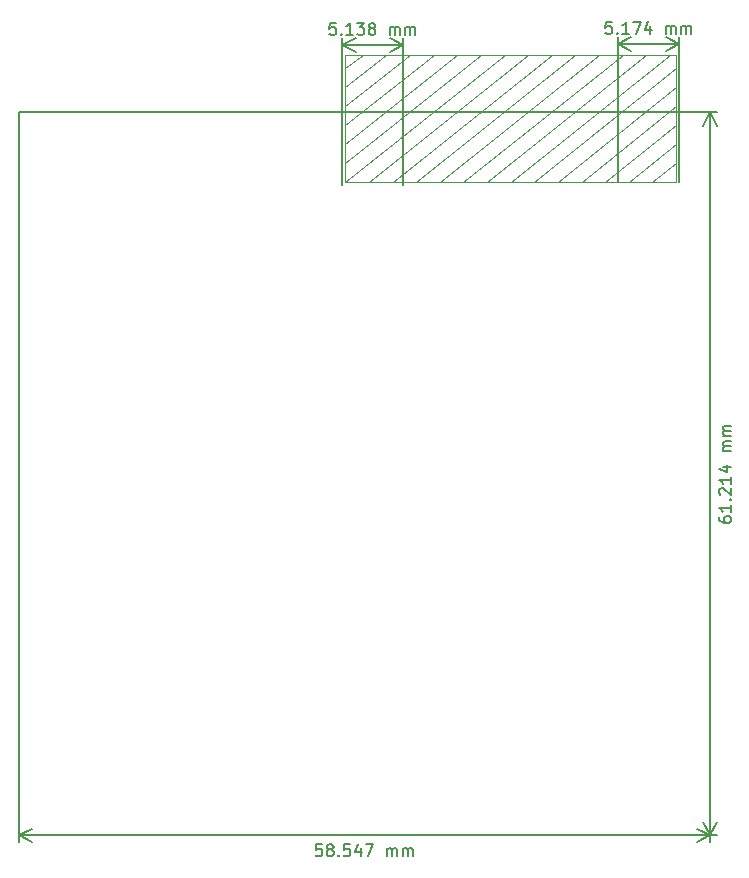
<source format=gbr>
%TF.GenerationSoftware,KiCad,Pcbnew,(5.1.7)-1*%
%TF.CreationDate,2020-11-25T11:44:14-08:00*%
%TF.ProjectId,esp32_sensor,65737033-325f-4736-956e-736f722e6b69,v0.0.3b*%
%TF.SameCoordinates,Original*%
%TF.FileFunction,OtherDrawing,Comment*%
%FSLAX46Y46*%
G04 Gerber Fmt 4.6, Leading zero omitted, Abs format (unit mm)*
G04 Created by KiCad (PCBNEW (5.1.7)-1) date 2020-11-25 11:44:14*
%MOMM*%
%LPD*%
G01*
G04 APERTURE LIST*
%ADD10C,0.150000*%
%ADD11C,0.100000*%
G04 APERTURE END LIST*
D10*
X133124332Y-60910700D02*
X132648142Y-60910700D01*
X132600523Y-61386891D01*
X132648142Y-61339272D01*
X132743380Y-61291653D01*
X132981475Y-61291653D01*
X133076713Y-61339272D01*
X133124332Y-61386891D01*
X133171951Y-61482129D01*
X133171951Y-61720224D01*
X133124332Y-61815462D01*
X133076713Y-61863081D01*
X132981475Y-61910700D01*
X132743380Y-61910700D01*
X132648142Y-61863081D01*
X132600523Y-61815462D01*
X133600523Y-61815462D02*
X133648142Y-61863081D01*
X133600523Y-61910700D01*
X133552904Y-61863081D01*
X133600523Y-61815462D01*
X133600523Y-61910700D01*
X134600523Y-61910700D02*
X134029094Y-61910700D01*
X134314809Y-61910700D02*
X134314809Y-60910700D01*
X134219570Y-61053558D01*
X134124332Y-61148796D01*
X134029094Y-61196415D01*
X134933856Y-60910700D02*
X135600523Y-60910700D01*
X135171951Y-61910700D01*
X136410047Y-61244034D02*
X136410047Y-61910700D01*
X136171951Y-60863081D02*
X135933856Y-61577367D01*
X136552904Y-61577367D01*
X137695761Y-61910700D02*
X137695761Y-61244034D01*
X137695761Y-61339272D02*
X137743380Y-61291653D01*
X137838618Y-61244034D01*
X137981475Y-61244034D01*
X138076713Y-61291653D01*
X138124332Y-61386891D01*
X138124332Y-61910700D01*
X138124332Y-61386891D02*
X138171951Y-61291653D01*
X138267190Y-61244034D01*
X138410047Y-61244034D01*
X138505285Y-61291653D01*
X138552904Y-61386891D01*
X138552904Y-61910700D01*
X139029094Y-61910700D02*
X139029094Y-61244034D01*
X139029094Y-61339272D02*
X139076713Y-61291653D01*
X139171951Y-61244034D01*
X139314809Y-61244034D01*
X139410047Y-61291653D01*
X139457666Y-61386891D01*
X139457666Y-61910700D01*
X139457666Y-61386891D02*
X139505285Y-61291653D01*
X139600523Y-61244034D01*
X139743380Y-61244034D01*
X139838618Y-61291653D01*
X139886237Y-61386891D01*
X139886237Y-61910700D01*
X133680200Y-62758320D02*
X138854180Y-62758320D01*
X133680200Y-74472800D02*
X133680200Y-62171899D01*
X138854180Y-74472800D02*
X138854180Y-62171899D01*
X138854180Y-62758320D02*
X137727676Y-63344741D01*
X138854180Y-62758320D02*
X137727676Y-62171899D01*
X133680200Y-62758320D02*
X134806704Y-63344741D01*
X133680200Y-62758320D02*
X134806704Y-62171899D01*
X109754628Y-60999946D02*
X109278438Y-61000181D01*
X109231054Y-61476395D01*
X109278649Y-61428753D01*
X109373864Y-61381087D01*
X109611959Y-61380969D01*
X109707221Y-61428541D01*
X109754863Y-61476136D01*
X109802530Y-61571351D01*
X109802647Y-61809446D01*
X109755075Y-61904708D01*
X109707480Y-61952350D01*
X109612265Y-62000017D01*
X109374170Y-62000134D01*
X109278908Y-61952562D01*
X109231266Y-61904967D01*
X110231266Y-61904472D02*
X110278908Y-61952068D01*
X110231313Y-61999711D01*
X110183670Y-61952115D01*
X110231266Y-61904472D01*
X110231313Y-61999711D01*
X111231313Y-61999216D02*
X110659884Y-61999499D01*
X110945598Y-61999357D02*
X110945104Y-60999358D01*
X110849937Y-61142262D01*
X110754746Y-61237547D01*
X110659531Y-61285213D01*
X111564152Y-60999052D02*
X112183199Y-60998746D01*
X111850054Y-61379863D01*
X111992911Y-61379792D01*
X112088173Y-61427364D01*
X112135816Y-61474960D01*
X112183482Y-61570174D01*
X112183599Y-61808269D01*
X112136027Y-61903531D01*
X112088432Y-61951174D01*
X111993217Y-61998840D01*
X111707503Y-61998981D01*
X111612241Y-61951409D01*
X111564599Y-61903813D01*
X112754840Y-61427035D02*
X112659578Y-61379463D01*
X112611935Y-61331867D01*
X112564269Y-61236653D01*
X112564246Y-61189033D01*
X112611818Y-61093772D01*
X112659413Y-61046129D01*
X112754628Y-60998463D01*
X112945104Y-60998369D01*
X113040365Y-61045941D01*
X113088008Y-61093536D01*
X113135674Y-61188751D01*
X113135698Y-61236370D01*
X113088126Y-61331632D01*
X113040530Y-61379274D01*
X112945316Y-61426940D01*
X112754840Y-61427035D01*
X112659625Y-61474701D01*
X112612029Y-61522343D01*
X112564458Y-61617605D01*
X112564552Y-61808081D01*
X112612218Y-61903296D01*
X112659860Y-61950891D01*
X112755122Y-61998463D01*
X112945598Y-61998369D01*
X113040813Y-61950703D01*
X113088408Y-61903060D01*
X113135980Y-61807799D01*
X113135886Y-61617322D01*
X113088220Y-61522108D01*
X113040577Y-61474512D01*
X112945316Y-61426940D01*
X114326550Y-61997686D02*
X114326221Y-61331020D01*
X114326268Y-61426258D02*
X114373863Y-61378615D01*
X114469078Y-61330949D01*
X114611935Y-61330878D01*
X114707197Y-61378450D01*
X114754863Y-61473665D01*
X114755122Y-61997474D01*
X114754863Y-61473665D02*
X114802435Y-61378403D01*
X114897649Y-61330737D01*
X115040506Y-61330667D01*
X115135768Y-61378239D01*
X115183434Y-61473453D01*
X115183693Y-61997263D01*
X115659884Y-61997027D02*
X115659554Y-61330361D01*
X115659601Y-61425599D02*
X115707197Y-61377956D01*
X115802411Y-61330290D01*
X115945268Y-61330219D01*
X116040530Y-61377791D01*
X116088196Y-61473006D01*
X116088455Y-61996815D01*
X116088196Y-61473006D02*
X116135768Y-61377744D01*
X116230983Y-61330078D01*
X116373840Y-61330007D01*
X116469101Y-61377579D01*
X116516767Y-61472794D01*
X116517026Y-61996603D01*
X110329189Y-62847282D02*
X115467609Y-62844742D01*
X110335060Y-74724260D02*
X110328899Y-62260862D01*
X115473480Y-74721720D02*
X115467319Y-62258322D01*
X115467609Y-62844742D02*
X114341395Y-63431720D01*
X115467609Y-62844742D02*
X114340816Y-62258878D01*
X110329189Y-62847282D02*
X111455982Y-63433146D01*
X110329189Y-62847282D02*
X111455403Y-62260304D01*
X142230380Y-102853666D02*
X142230380Y-103044142D01*
X142278000Y-103139380D01*
X142325619Y-103187000D01*
X142468476Y-103282238D01*
X142658952Y-103329857D01*
X143039904Y-103329857D01*
X143135142Y-103282238D01*
X143182761Y-103234619D01*
X143230380Y-103139380D01*
X143230380Y-102948904D01*
X143182761Y-102853666D01*
X143135142Y-102806047D01*
X143039904Y-102758428D01*
X142801809Y-102758428D01*
X142706571Y-102806047D01*
X142658952Y-102853666D01*
X142611333Y-102948904D01*
X142611333Y-103139380D01*
X142658952Y-103234619D01*
X142706571Y-103282238D01*
X142801809Y-103329857D01*
X143230380Y-101806047D02*
X143230380Y-102377476D01*
X143230380Y-102091761D02*
X142230380Y-102091761D01*
X142373238Y-102187000D01*
X142468476Y-102282238D01*
X142516095Y-102377476D01*
X143135142Y-101377476D02*
X143182761Y-101329857D01*
X143230380Y-101377476D01*
X143182761Y-101425095D01*
X143135142Y-101377476D01*
X143230380Y-101377476D01*
X142325619Y-100948904D02*
X142278000Y-100901285D01*
X142230380Y-100806047D01*
X142230380Y-100567952D01*
X142278000Y-100472714D01*
X142325619Y-100425095D01*
X142420857Y-100377476D01*
X142516095Y-100377476D01*
X142658952Y-100425095D01*
X143230380Y-100996523D01*
X143230380Y-100377476D01*
X143230380Y-99425095D02*
X143230380Y-99996523D01*
X143230380Y-99710809D02*
X142230380Y-99710809D01*
X142373238Y-99806047D01*
X142468476Y-99901285D01*
X142516095Y-99996523D01*
X142563714Y-98567952D02*
X143230380Y-98567952D01*
X142182761Y-98806047D02*
X142897047Y-99044142D01*
X142897047Y-98425095D01*
X143230380Y-97282238D02*
X142563714Y-97282238D01*
X142658952Y-97282238D02*
X142611333Y-97234619D01*
X142563714Y-97139380D01*
X142563714Y-96996523D01*
X142611333Y-96901285D01*
X142706571Y-96853666D01*
X143230380Y-96853666D01*
X142706571Y-96853666D02*
X142611333Y-96806047D01*
X142563714Y-96710809D01*
X142563714Y-96567952D01*
X142611333Y-96472714D01*
X142706571Y-96425095D01*
X143230380Y-96425095D01*
X143230380Y-95948904D02*
X142563714Y-95948904D01*
X142658952Y-95948904D02*
X142611333Y-95901285D01*
X142563714Y-95806047D01*
X142563714Y-95663190D01*
X142611333Y-95567952D01*
X142706571Y-95520333D01*
X143230380Y-95520333D01*
X142706571Y-95520333D02*
X142611333Y-95472714D01*
X142563714Y-95377476D01*
X142563714Y-95234619D01*
X142611333Y-95139380D01*
X142706571Y-95091761D01*
X143230380Y-95091761D01*
X141478000Y-129794000D02*
X141478000Y-68580000D01*
X82931000Y-129794000D02*
X142064421Y-129794000D01*
X82931000Y-68580000D02*
X142064421Y-68580000D01*
X141478000Y-68580000D02*
X142064421Y-69706504D01*
X141478000Y-68580000D02*
X140891579Y-69706504D01*
X141478000Y-129794000D02*
X142064421Y-128667496D01*
X141478000Y-129794000D02*
X140891579Y-128667496D01*
X108585452Y-130546380D02*
X108109261Y-130546380D01*
X108061642Y-131022571D01*
X108109261Y-130974952D01*
X108204500Y-130927333D01*
X108442595Y-130927333D01*
X108537833Y-130974952D01*
X108585452Y-131022571D01*
X108633071Y-131117809D01*
X108633071Y-131355904D01*
X108585452Y-131451142D01*
X108537833Y-131498761D01*
X108442595Y-131546380D01*
X108204500Y-131546380D01*
X108109261Y-131498761D01*
X108061642Y-131451142D01*
X109204500Y-130974952D02*
X109109261Y-130927333D01*
X109061642Y-130879714D01*
X109014023Y-130784476D01*
X109014023Y-130736857D01*
X109061642Y-130641619D01*
X109109261Y-130594000D01*
X109204500Y-130546380D01*
X109394976Y-130546380D01*
X109490214Y-130594000D01*
X109537833Y-130641619D01*
X109585452Y-130736857D01*
X109585452Y-130784476D01*
X109537833Y-130879714D01*
X109490214Y-130927333D01*
X109394976Y-130974952D01*
X109204500Y-130974952D01*
X109109261Y-131022571D01*
X109061642Y-131070190D01*
X109014023Y-131165428D01*
X109014023Y-131355904D01*
X109061642Y-131451142D01*
X109109261Y-131498761D01*
X109204500Y-131546380D01*
X109394976Y-131546380D01*
X109490214Y-131498761D01*
X109537833Y-131451142D01*
X109585452Y-131355904D01*
X109585452Y-131165428D01*
X109537833Y-131070190D01*
X109490214Y-131022571D01*
X109394976Y-130974952D01*
X110014023Y-131451142D02*
X110061642Y-131498761D01*
X110014023Y-131546380D01*
X109966404Y-131498761D01*
X110014023Y-131451142D01*
X110014023Y-131546380D01*
X110966404Y-130546380D02*
X110490214Y-130546380D01*
X110442595Y-131022571D01*
X110490214Y-130974952D01*
X110585452Y-130927333D01*
X110823547Y-130927333D01*
X110918785Y-130974952D01*
X110966404Y-131022571D01*
X111014023Y-131117809D01*
X111014023Y-131355904D01*
X110966404Y-131451142D01*
X110918785Y-131498761D01*
X110823547Y-131546380D01*
X110585452Y-131546380D01*
X110490214Y-131498761D01*
X110442595Y-131451142D01*
X111871166Y-130879714D02*
X111871166Y-131546380D01*
X111633071Y-130498761D02*
X111394976Y-131213047D01*
X112014023Y-131213047D01*
X112299738Y-130546380D02*
X112966404Y-130546380D01*
X112537833Y-131546380D01*
X114109261Y-131546380D02*
X114109261Y-130879714D01*
X114109261Y-130974952D02*
X114156880Y-130927333D01*
X114252119Y-130879714D01*
X114394976Y-130879714D01*
X114490214Y-130927333D01*
X114537833Y-131022571D01*
X114537833Y-131546380D01*
X114537833Y-131022571D02*
X114585452Y-130927333D01*
X114680690Y-130879714D01*
X114823547Y-130879714D01*
X114918785Y-130927333D01*
X114966404Y-131022571D01*
X114966404Y-131546380D01*
X115442595Y-131546380D02*
X115442595Y-130879714D01*
X115442595Y-130974952D02*
X115490214Y-130927333D01*
X115585452Y-130879714D01*
X115728309Y-130879714D01*
X115823547Y-130927333D01*
X115871166Y-131022571D01*
X115871166Y-131546380D01*
X115871166Y-131022571D02*
X115918785Y-130927333D01*
X116014023Y-130879714D01*
X116156880Y-130879714D01*
X116252119Y-130927333D01*
X116299738Y-131022571D01*
X116299738Y-131546380D01*
X82931000Y-129794000D02*
X141478000Y-129794000D01*
X82931000Y-68580000D02*
X82931000Y-130380421D01*
X141478000Y-68580000D02*
X141478000Y-130380421D01*
X141478000Y-129794000D02*
X140351496Y-130380421D01*
X141478000Y-129794000D02*
X140351496Y-129207579D01*
X82931000Y-129794000D02*
X84057504Y-130380421D01*
X82931000Y-129794000D02*
X84057504Y-129207579D01*
D11*
%TO.C,U_ESP_1*%
X110587000Y-74485000D02*
X110587000Y-63705000D01*
X138587000Y-74485000D02*
X110587000Y-74485000D01*
X138587000Y-74485000D02*
X138587000Y-63705000D01*
X138587000Y-63705000D02*
X110587000Y-63705000D01*
X112062000Y-63705000D02*
X110587000Y-64795000D01*
X114062000Y-63705000D02*
X110587000Y-66410000D01*
X116062000Y-63705000D02*
X110587000Y-68025000D01*
X118062000Y-63705000D02*
X110587000Y-69640000D01*
X120062000Y-63705000D02*
X110587000Y-71255000D01*
X122062000Y-63705000D02*
X110587000Y-72870000D01*
X124062000Y-63705000D02*
X110587000Y-74485000D01*
X126062000Y-63705000D02*
X112587000Y-74485000D01*
X128062000Y-63705000D02*
X114587000Y-74485000D01*
X116587000Y-74485000D02*
X130062000Y-63705000D01*
X132062000Y-63705000D02*
X118587000Y-74485000D01*
X134062000Y-63705000D02*
X120587000Y-74485000D01*
X136062000Y-63705000D02*
X122587000Y-74485000D01*
X138062000Y-63705000D02*
X124587000Y-74485000D01*
X138587000Y-64795000D02*
X126587000Y-74485000D01*
X138587000Y-66410000D02*
X128587000Y-74485000D01*
X138587000Y-68025000D02*
X130587000Y-74485000D01*
X138587000Y-69640000D02*
X132587000Y-74485000D01*
X138587000Y-71255000D02*
X134587000Y-74485000D01*
X138587000Y-72870000D02*
X136587000Y-74485000D01*
%TD*%
M02*

</source>
